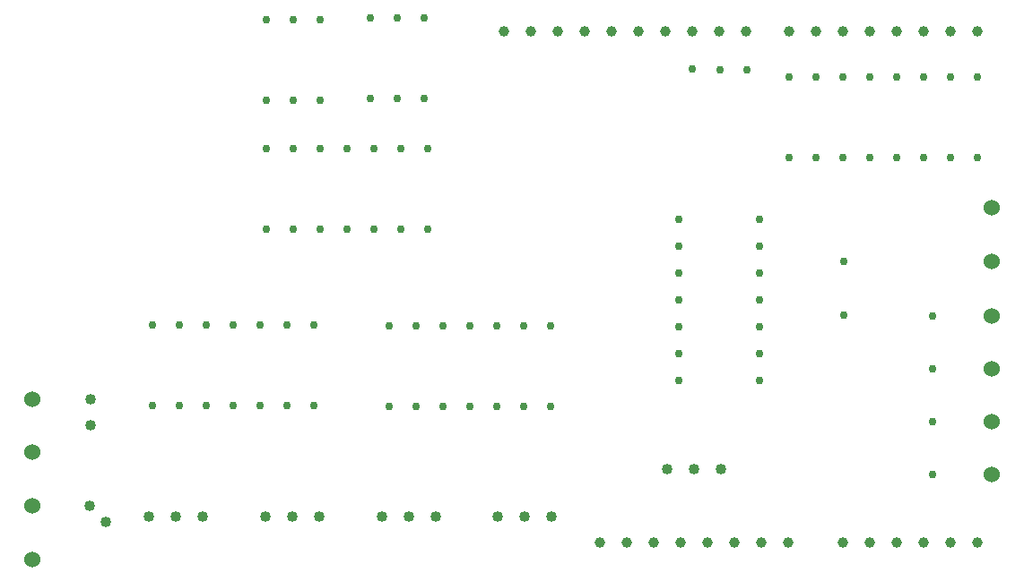
<source format=gbr>
G04 PROTEUS GERBER X2 FILE*
%TF.GenerationSoftware,Labcenter,Proteus,8.6-SP2-Build23525*%
%TF.CreationDate,2019-07-10T19:11:28+00:00*%
%TF.FileFunction,Plated,1,2,PTH*%
%TF.FilePolarity,Positive*%
%TF.Part,Single*%
%FSLAX45Y45*%
%MOMM*%
G01*
%TA.AperFunction,ComponentDrill*%
%ADD68C,0.762000*%
%TA.AperFunction,ComponentDrill*%
%ADD69C,1.016000*%
%TA.AperFunction,ComponentDrill*%
%ADD74C,1.524000*%
%TA.AperFunction,OtherDrill,Unknown*%
%ADD75C,1.016000*%
%ADD76C,0.762000*%
%TA.AperFunction,ComponentDrill*%
%ADD77C,1.000000*%
%TD.AperFunction*%
D68*
X-3810000Y+5250000D03*
X-3556000Y+5250000D03*
X-3302000Y+5250000D03*
X-3048000Y+5250000D03*
X-2794000Y+5250000D03*
X-2540000Y+5250000D03*
X-2286000Y+5250000D03*
X-2032000Y+5250000D03*
X-2032000Y+6012000D03*
X-2286000Y+6012000D03*
X-2540000Y+6012000D03*
X-2794000Y+6012000D03*
X-3048000Y+6012000D03*
X-3302000Y+6012000D03*
X-3556000Y+6012000D03*
X-3810000Y+6012000D03*
X-8741680Y+4568320D03*
X-8487680Y+4568320D03*
X-8233680Y+4568320D03*
X-7979680Y+4568320D03*
X-7725680Y+4568320D03*
X-7471680Y+4568320D03*
X-7217680Y+4568320D03*
X-7217680Y+5330320D03*
X-7471680Y+5330320D03*
X-7725680Y+5330320D03*
X-7979680Y+5330320D03*
X-8233680Y+5330320D03*
X-8487680Y+5330320D03*
X-8741680Y+5330320D03*
X-9820000Y+2900000D03*
X-9566000Y+2900000D03*
X-9312000Y+2900000D03*
X-9058000Y+2900000D03*
X-8804000Y+2900000D03*
X-8550000Y+2900000D03*
X-8296000Y+2900000D03*
X-8296000Y+3662000D03*
X-8550000Y+3662000D03*
X-8804000Y+3662000D03*
X-9058000Y+3662000D03*
X-9312000Y+3662000D03*
X-9566000Y+3662000D03*
X-9820000Y+3662000D03*
X-8230000Y+6550000D03*
X-8484000Y+6550000D03*
X-8738000Y+6550000D03*
X-8738000Y+5788000D03*
X-8484000Y+5788000D03*
X-8230000Y+5788000D03*
X-7250000Y+6570000D03*
X-7504000Y+6570000D03*
X-7758000Y+6570000D03*
X-7758000Y+5808000D03*
X-7504000Y+5808000D03*
X-7250000Y+5808000D03*
X-7580000Y+2890000D03*
X-7326000Y+2890000D03*
X-7072000Y+2890000D03*
X-6818000Y+2890000D03*
X-6564000Y+2890000D03*
X-6310000Y+2890000D03*
X-6056000Y+2890000D03*
X-6056000Y+3652000D03*
X-6310000Y+3652000D03*
X-6564000Y+3652000D03*
X-6818000Y+3652000D03*
X-7072000Y+3652000D03*
X-7326000Y+3652000D03*
X-7580000Y+3652000D03*
D69*
X-8246000Y+1850000D03*
X-8500000Y+1850000D03*
X-8754000Y+1850000D03*
X-9346000Y+1850000D03*
X-9600000Y+1850000D03*
X-9854000Y+1850000D03*
X-7146000Y+1850000D03*
X-7400000Y+1850000D03*
X-7654000Y+1850000D03*
X-6046000Y+1850000D03*
X-6300000Y+1850000D03*
X-6554000Y+1850000D03*
D68*
X-3285659Y+3755601D03*
X-3285659Y+4263601D03*
D74*
X-10950000Y+1950380D03*
X-10950000Y+1450000D03*
D75*
X-10260000Y+1800000D03*
X-10410000Y+1950000D03*
D76*
X-2450000Y+2749929D03*
X-2450000Y+2250000D03*
D77*
X-3300000Y+1610000D03*
X-3046000Y+1610000D03*
X-2792000Y+1610000D03*
X-2538000Y+1610000D03*
X-2284000Y+1610000D03*
X-2030000Y+1610000D03*
X-5590000Y+1610000D03*
X-5336000Y+1610000D03*
X-5082000Y+1610000D03*
X-4828000Y+1610000D03*
X-4574000Y+1610000D03*
X-4320000Y+1610000D03*
X-4066000Y+1610000D03*
X-3812000Y+1610000D03*
X-3810000Y+6440000D03*
X-3556000Y+6440000D03*
X-3302000Y+6440000D03*
X-3048000Y+6440000D03*
X-2794000Y+6440000D03*
X-2540000Y+6440000D03*
X-2286000Y+6440000D03*
X-2032000Y+6440000D03*
X-6500000Y+6440000D03*
X-6246000Y+6440000D03*
X-5992000Y+6440000D03*
X-5738000Y+6440000D03*
X-5484000Y+6440000D03*
X-5230000Y+6440000D03*
X-4976000Y+6440000D03*
X-4722000Y+6440000D03*
X-4468000Y+6440000D03*
X-4214000Y+6440000D03*
D76*
X-2450380Y+3249620D03*
D68*
X-4850000Y+4662000D03*
X-4850000Y+4408000D03*
X-4850000Y+4154000D03*
X-4850000Y+3900000D03*
X-4850000Y+3646000D03*
X-4850000Y+3392000D03*
X-4850000Y+3138000D03*
X-4088000Y+3138000D03*
X-4088000Y+3392000D03*
X-4088000Y+3646000D03*
X-4088000Y+3900000D03*
X-4088000Y+4154000D03*
X-4088000Y+4408000D03*
X-4088000Y+4662000D03*
D76*
X-4720000Y+6090000D03*
X-4460000Y+6080000D03*
X-4200000Y+6080000D03*
D74*
X-10950000Y+2459620D03*
X-10950000Y+2960000D03*
D75*
X-10397601Y+2960000D03*
X-10397601Y+2720000D03*
D74*
X-1890000Y+2750000D03*
X-1890000Y+2249620D03*
X-1890000Y+4770000D03*
X-1890000Y+4269620D03*
X-1890000Y+3250000D03*
X-1890000Y+3750380D03*
D76*
X-2450000Y+3750000D03*
D69*
X-4446000Y+2300000D03*
X-4700000Y+2300000D03*
X-4954000Y+2300000D03*
M02*

</source>
